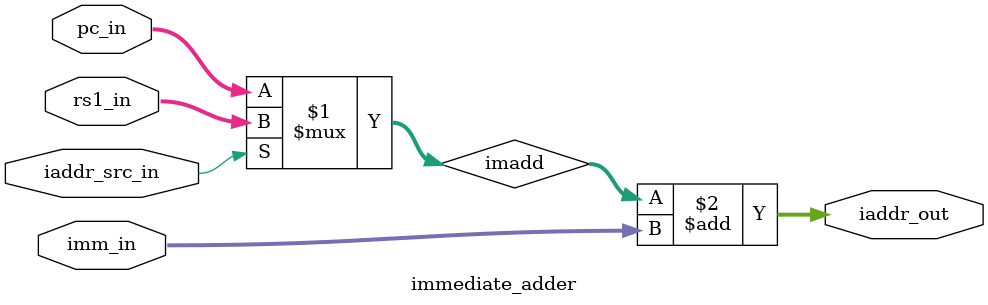
<source format=v>
module immediate_adder(
    input [31:0] imm_in,
    input iaddr_src_in,
    input [31:0] pc_in,
    input [31:0] rs1_in,
    
    output [31:0] iaddr_out
    );
    
    // Declaring intermediate net
  wire [31:0] imadd;
    
    // Mux
    assign imadd = (iaddr_src_in) ? rs1_in : pc_in;
    
    //Adder module
    assign iaddr_out[31:0] = imadd[31:0] + imm_in[31:0];
    
endmodule

</source>
